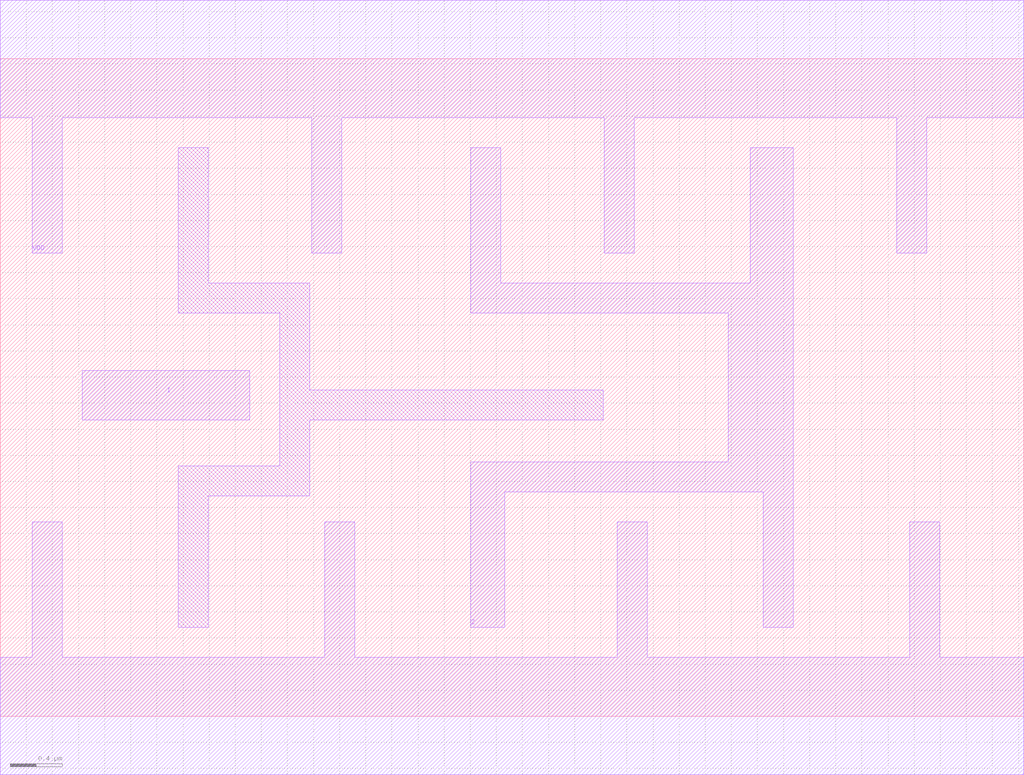
<source format=lef>
# Copyright 2022 GlobalFoundries PDK Authors
#
# Licensed under the Apache License, Version 2.0 (the "License");
# you may not use this file except in compliance with the License.
# You may obtain a copy of the License at
#
#      http://www.apache.org/licenses/LICENSE-2.0
#
# Unless required by applicable law or agreed to in writing, software
# distributed under the License is distributed on an "AS IS" BASIS,
# WITHOUT WARRANTIES OR CONDITIONS OF ANY KIND, either express or implied.
# See the License for the specific language governing permissions and
# limitations under the License.

MACRO gf180mcu_fd_sc_mcu9t5v0__buf_4
  CLASS core ;
  FOREIGN gf180mcu_fd_sc_mcu9t5v0__buf_4 0.0 0.0 ;
  ORIGIN 0 0 ;
  SYMMETRY X Y ;
  SITE GF018hv5v_green_sc9 ;
  SIZE 7.84 BY 5.04 ;
  PIN I
    DIRECTION INPUT ;
    ANTENNAGATEAREA 3.414 ;
    PORT
      LAYER Metal1 ;
        POLYGON 0.63 2.27 1.91 2.27 1.91 2.65 0.63 2.65  ;
    END
  END I
  PIN Z
    DIRECTION OUTPUT ;
    ANTENNADIFFAREA 3.642 ;
    PORT
      LAYER Metal1 ;
        POLYGON 3.605 3.09 4.62 3.09 5.575 3.09 5.575 1.95 3.605 1.95 3.605 0.68 3.865 0.68 3.865 1.72 5.845 1.72 5.845 0.68 6.075 0.68 6.075 4.36 5.745 4.36 5.745 3.32 4.62 3.32 3.835 3.32 3.835 4.36 3.605 4.36  ;
    END
  END Z
  PIN VDD
    DIRECTION INOUT ;
    USE power ;
    SHAPE ABUTMENT ;
    PORT
      LAYER Metal1 ;
        POLYGON 0 4.59 0.245 4.59 0.245 3.55 0.475 3.55 0.475 4.59 2.385 4.59 2.385 3.55 2.615 3.55 2.615 4.59 4.62 4.59 4.625 4.59 4.625 3.55 4.855 3.55 4.855 4.59 6.865 4.59 6.865 3.55 7.095 3.55 7.095 4.59 7.84 4.59 7.84 5.49 4.62 5.49 0 5.49  ;
    END
  END VDD
  PIN VSS
    DIRECTION INOUT ;
    USE ground ;
    SHAPE ABUTMENT ;
    PORT
      LAYER Metal1 ;
        POLYGON 0 -0.45 7.84 -0.45 7.84 0.45 7.195 0.45 7.195 1.49 6.965 1.49 6.965 0.45 4.955 0.45 4.955 1.49 4.725 1.49 4.725 0.45 2.715 0.45 2.715 1.49 2.485 1.49 2.485 0.45 0.475 0.45 0.475 1.49 0.245 1.49 0.245 0.45 0 0.45  ;
    END
  END VSS
  OBS
      LAYER Metal1 ;
        POLYGON 1.365 3.09 2.14 3.09 2.14 1.92 1.365 1.92 1.365 0.68 1.595 0.68 1.595 1.69 2.37 1.69 2.37 2.27 4.62 2.27 4.62 2.5 2.37 2.5 2.37 3.32 1.595 3.32 1.595 4.36 1.365 4.36  ;
  END
END gf180mcu_fd_sc_mcu9t5v0__buf_4

</source>
